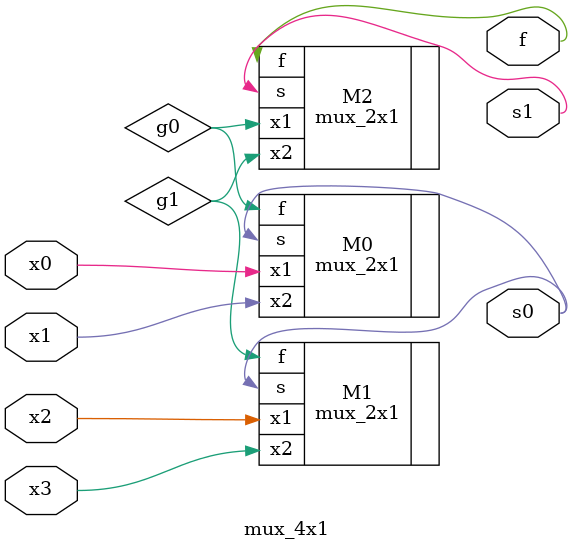
<source format=v>
`timescale 1ns / 1ps


module mux_4x1(
    input x0, x1, x2, x3,
    output s0, s1,
    output f
    );
    wire g0, g1;
    
    mux_2x1 M0(
        .f(g0),
        .x1(x0),
        .x2(x1),
        .s(s0)
    );
    
     mux_2x1 M1(
        .f(g1),
        .x1(x2),
        .x2(x3),
        .s(s0)
    );
    
     mux_2x1 M2(
        .f(f),
        .x1(g0),
        .x2(g1),
        .s(s1)
    );
    
    
endmodule



</source>
